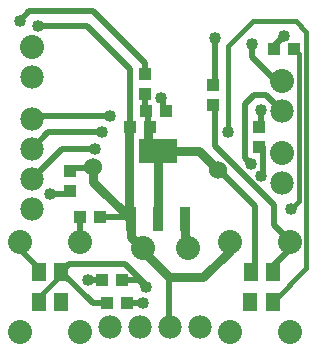
<source format=gbr>
G04 DipTrace 2.4.0.2*
%INTop.gbr*%
%MOIN*%
%ADD13C,0.03*%
%ADD14C,0.02*%
%ADD17C,0.015*%
%ADD18C,0.04*%
%ADD20C,0.078*%
%ADD21C,0.08*%
%ADD22R,0.0394X0.0433*%
%ADD24R,0.0374X0.0846*%
%ADD25R,0.128X0.0846*%
%ADD26R,0.0512X0.0591*%
%ADD28R,0.0433X0.0394*%
%ADD29C,0.08*%
%ADD32C,0.06*%
%FSLAX44Y44*%
G04*
G70*
G90*
G75*
G01*
%LNTop*%
%LPD*%
X11750Y7520D2*
D13*
Y7210D1*
X10874Y6334D1*
X9736D1*
X8800Y7270D1*
X8850Y7320D1*
X12500Y14120D2*
D14*
Y13670D1*
X13300Y12870D1*
X13500D1*
X8454Y8268D2*
D13*
Y7666D1*
X8800Y7320D1*
X8850D1*
X7200Y10020D2*
Y9523D1*
X8454Y8268D1*
X8410D1*
Y11320D1*
X8420Y11330D1*
D14*
Y13290D1*
X6990Y14720D1*
X5350D1*
X9736Y6334D2*
Y4684D1*
X9750Y4670D1*
Y4620D2*
Y4670D1*
X6430Y9879D2*
Y9960D1*
X7140D1*
X7200Y10020D1*
X7429Y8340D2*
X8383D1*
X8454Y8268D1*
X12740Y11349D2*
X12800D1*
Y11920D1*
X12740Y10680D2*
X12860D1*
Y9720D1*
X12800D1*
X13235Y13930D2*
Y14055D1*
X13570Y14390D1*
X13800Y8620D2*
D17*
X14050Y8870D1*
Y13785D1*
X13905Y13930D1*
X10350Y7320D2*
D13*
X10266D1*
Y8268D1*
X13198Y6520D2*
D14*
Y6718D1*
X13750Y7270D1*
Y7520D1*
X11350Y9920D2*
X11200D1*
Y10120D1*
X12600Y8720D1*
Y6520D1*
X12450D1*
X6148D2*
X6398Y6770D1*
X8250D1*
X8950Y6070D1*
Y6020D1*
X5400Y6520D2*
Y6620D1*
X4750Y7270D1*
Y7520D1*
X6148Y6520D2*
D17*
Y6418D1*
X5400Y5670D1*
Y5520D1*
X6100D2*
X6148D1*
X9360Y10552D2*
D13*
X10718D1*
X11350Y9920D1*
X9360Y10552D2*
Y8268D1*
Y10552D2*
X9328D1*
X9040Y10840D1*
Y11330D1*
X9089D1*
X4750Y14870D2*
D14*
D3*
X8940Y13110D2*
Y13470D1*
X7210Y15200D1*
X5080D1*
X4750Y14870D1*
X8961Y11880D2*
X8940D1*
Y12441D1*
X8961Y11880D2*
X9020D1*
Y11330D1*
X9089D1*
X13750Y7270D2*
X13700Y7220D1*
Y7620D1*
X13240Y8080D1*
Y8730D1*
X11250Y10720D1*
Y12080D1*
X11190D1*
Y12749D2*
X11250D1*
Y14320D1*
X11270D1*
X7510Y6240D2*
X7040Y6230D1*
X8179Y6240D2*
X8730D1*
X8950Y6020D1*
X7650Y5470D2*
X7198D1*
X6148Y6520D1*
X8319Y5470D2*
X8850D1*
X6430Y9210D2*
Y9120D1*
X5750D1*
X6760Y8340D2*
Y7530D1*
X6750Y7520D1*
X9450Y12300D2*
X9520D1*
Y11990D1*
X9630Y11880D1*
X7500Y11170D2*
X5700D1*
X5150Y10620D1*
X7250D2*
X6150D1*
X5150Y9620D1*
X7750Y11720D2*
X5150D1*
Y11620D1*
X12450Y10120D2*
X12270Y10300D1*
Y12110D1*
X12580Y12420D1*
X12950D1*
X13500Y11870D1*
X11700Y11170D2*
D17*
Y14040D1*
X12520Y14860D1*
X13950D1*
X14300Y14510D1*
Y6626D1*
X13194Y5520D1*
D29*
X8850Y7320D3*
X4750Y7520D3*
Y4520D3*
X6750D3*
X11750Y7520D3*
Y4520D3*
X13750Y7520D3*
Y4520D3*
X10350Y7320D3*
D18*
X4750Y14870D3*
D32*
X11350Y9920D3*
X7200Y10020D3*
D18*
X7250Y10620D3*
X7500Y11170D3*
X7750Y11720D3*
X5350Y14720D3*
X13570Y14390D3*
X11270Y14320D3*
X8950Y6020D3*
X5750Y9120D3*
X12500Y14120D3*
X9450Y12300D3*
X7040Y6230D3*
X8850Y5470D3*
X12450Y10120D3*
X12800Y9720D3*
X11700Y11170D3*
X6100Y5520D3*
X12400D3*
X13800Y8620D3*
X12800Y11920D3*
D29*
X6750Y7520D3*
D20*
X13500Y11870D3*
D21*
Y12870D3*
D22*
X6430Y9210D3*
Y9879D3*
D24*
X8454Y8268D3*
X9360D3*
X10266D3*
D25*
X9360Y10552D3*
D26*
X5400Y6520D3*
X6148D3*
X12450D3*
X13198D3*
D20*
X5150Y8620D3*
Y9620D3*
Y10620D3*
Y11620D3*
Y13020D3*
D21*
Y14020D3*
D28*
X9630Y11880D3*
X8961D3*
D26*
X12446Y5520D3*
X13194D3*
X5400D3*
X6148D3*
D20*
X13500Y9470D3*
D21*
Y10470D3*
D22*
X12740Y10680D3*
Y11349D3*
D20*
X10750Y4670D3*
X9750D3*
X8750D3*
X7750D3*
D28*
X8420Y11330D3*
X9089D3*
D22*
X8940Y13110D3*
Y12441D3*
D28*
X6760Y8340D3*
X7429D3*
D22*
X11190Y12080D3*
Y12749D3*
D28*
X7510Y6240D3*
X8179D3*
X7650Y5470D3*
X8319D3*
X13235Y13930D3*
X13905D3*
M02*

</source>
